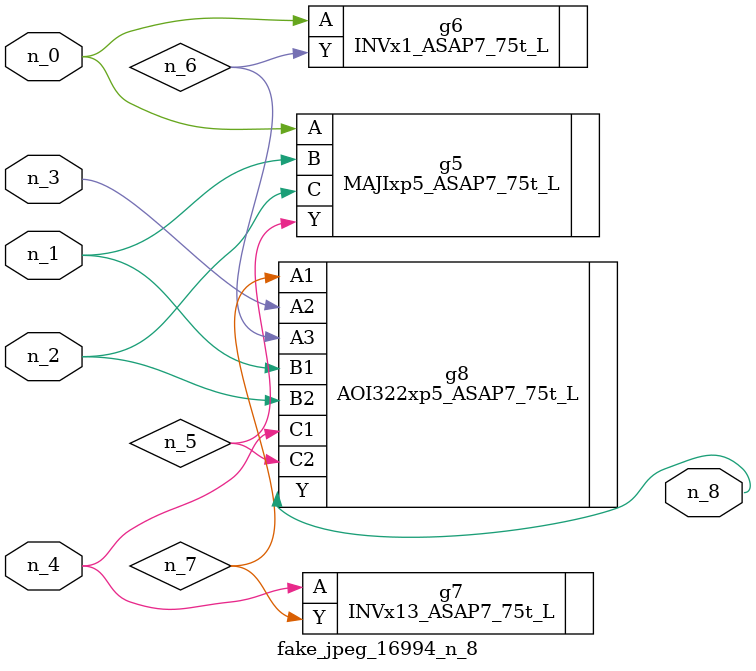
<source format=v>
module fake_jpeg_16994_n_8 (n_3, n_2, n_1, n_0, n_4, n_8);

input n_3;
input n_2;
input n_1;
input n_0;
input n_4;

output n_8;

wire n_6;
wire n_5;
wire n_7;

MAJIxp5_ASAP7_75t_L g5 ( 
.A(n_0),
.B(n_1),
.C(n_2),
.Y(n_5)
);

INVx1_ASAP7_75t_L g6 ( 
.A(n_0),
.Y(n_6)
);

INVx13_ASAP7_75t_L g7 ( 
.A(n_4),
.Y(n_7)
);

AOI322xp5_ASAP7_75t_L g8 ( 
.A1(n_7),
.A2(n_3),
.A3(n_6),
.B1(n_1),
.B2(n_2),
.C1(n_4),
.C2(n_5),
.Y(n_8)
);


endmodule
</source>
